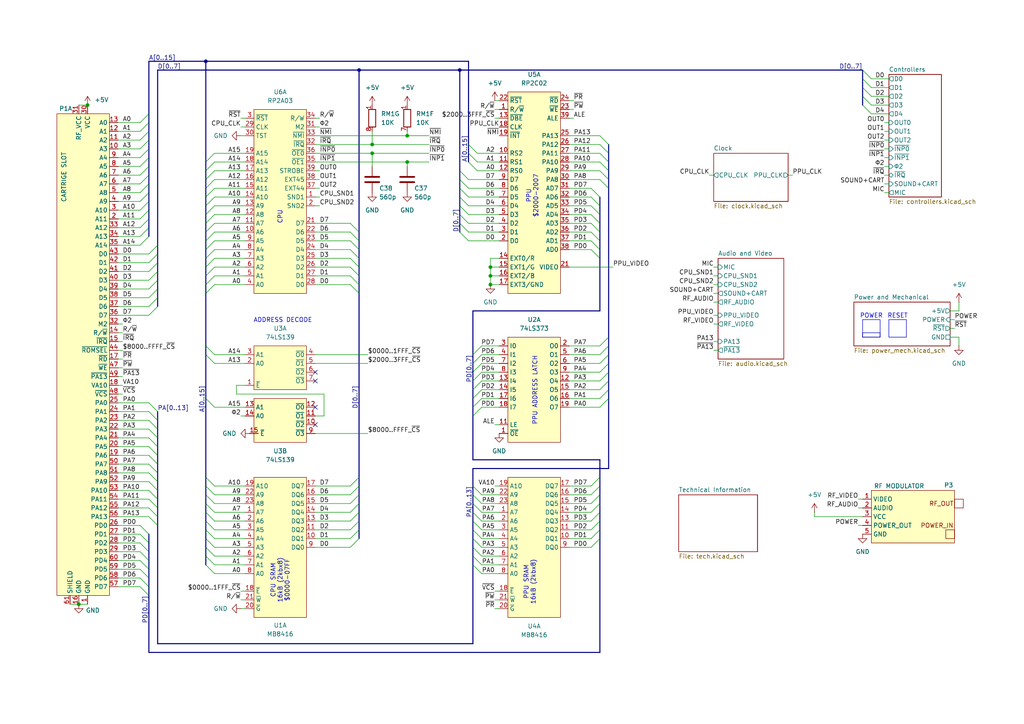
<source format=kicad_sch>
(kicad_sch (version 20250114) (generator "eeschema") (generator_version "9.0")
  (paper "A4")
  (rectangle (start 250.19 96.52) (end 255.27 97.79))
  (rectangle (start 250.19 92.71) (end 255.27 97.79))
  (rectangle (start 257.81 92.71) (end 262.89 97.79))
  (text "PPU ADDRESS LATCH" (at 154.432 113.284 90) (effects (font (size 1.27 1.27)) (justify top)))
  (text "RESET" (at 260.35 91.694 0) (effects (font (size 1.27 1.27))))
  (text "CPU" (at 80.518 62.992 90) (effects (font (size 1.27 1.27)) (justify top)))
  (text "CPU SRAM\n16kB (2kbx8)\n$0000-07FF" (at 78.486 168.402 90) (effects (font (size 1.27 1.27)) (justify top)))
  (text "PPU\n$2000-2007" (at 152.654 56.896 90) (effects (font (size 1.27 1.27)) (justify top)))
  (text "POWER" (at 252.73 91.694 0) (effects (font (size 1.27 1.27))))
  (text "ADDRESS DECODE" (at 82.042 92.964 0) (effects (font (size 1.27 1.27))))
  (text "PPU SRAM\n16kB (2kbx8)" (at 153.67 168.91 90) (effects (font (size 1.27 1.27))))
  (junction (at 107.95 41.91))
  (junction (at 118.11 46.99))
  (junction (at 107.95 44.45))
  (junction (at 142.24 77.47))
  (junction (at 22.86 175.26))
  (junction (at 118.11 39.37))
  (junction (at 104.14 20.32))
  (junction (at 142.24 82.55))
  (junction (at 59.69 17.78))
  (junction (at 142.24 80.01))
  (junction (at 25.4 30.48))
  (junction (at 133.35 20.32))
  (no_connect (at 91.44 123.19))
  (no_connect (at 91.44 110.49))
  (no_connect (at 91.44 118.11))
  (no_connect (at 91.44 107.95))
  (bus_entry (at 139.7 158.75) (size -2.54 -2.54))
  (bus_entry (at 133.35 57.15) (size 2.54 2.54))
  (bus_entry (at 104.14 72.39) (size -2.54 -2.54))
  (bus_entry (at 59.69 72.39) (size 2.54 -2.54))
  (bus_entry (at 104.14 153.67) (size -2.54 2.54))
  (bus_entry (at 43.18 43.18) (size -2.54 2.54))
  (bus_entry (at 171.45 156.21) (size 2.54 -2.54))
  (bus_entry (at 59.69 100.33) (size 2.54 2.54))
  (bus_entry (at 59.69 161.29) (size 2.54 2.54))
  (bus_entry (at 173.99 46.99) (size 2.54 2.54))
  (bus_entry (at 43.18 33.02) (size -2.54 2.54))
  (bus_entry (at 43.18 116.84) (size 2.54 2.54))
  (bus_entry (at 133.35 67.31) (size 2.54 2.54))
  (bus_entry (at 59.69 74.93) (size 2.54 -2.54))
  (bus_entry (at 139.7 107.95) (size -2.54 2.54))
  (bus_entry (at 135.89 46.99) (size 2.54 2.54))
  (bus_entry (at 171.45 148.59) (size 2.54 -2.54))
  (bus_entry (at 139.7 151.13) (size -2.54 -2.54))
  (bus_entry (at 45.72 78.74) (size -2.54 2.54))
  (bus_entry (at 43.18 45.72) (size -2.54 2.54))
  (bus_entry (at 45.72 71.12) (size -2.54 2.54))
  (bus_entry (at 59.69 82.55) (size 2.54 -2.54))
  (bus_entry (at 104.14 74.93) (size -2.54 -2.54))
  (bus_entry (at 59.69 151.13) (size 2.54 2.54))
  (bus_entry (at 171.45 67.31) (size 2.54 2.54))
  (bus_entry (at 171.45 57.15) (size 2.54 2.54))
  (bus_entry (at 59.69 54.61) (size 2.54 -2.54))
  (bus_entry (at 43.18 53.34) (size -2.54 2.54))
  (bus_entry (at 173.99 102.87) (size 2.54 -2.54))
  (bus_entry (at 59.69 102.87) (size 2.54 2.54))
  (bus_entry (at 171.45 62.23) (size 2.54 2.54))
  (bus_entry (at 104.14 151.13) (size -2.54 2.54))
  (bus_entry (at 43.18 63.5) (size -2.54 2.54))
  (bus_entry (at 104.14 148.59) (size -2.54 2.54))
  (bus_entry (at 43.18 60.96) (size -2.54 2.54))
  (bus_entry (at 135.89 44.45) (size 2.54 2.54))
  (bus_entry (at 139.7 146.05) (size -2.54 -2.54))
  (bus_entry (at 104.14 146.05) (size -2.54 2.54))
  (bus_entry (at 43.18 68.58) (size -2.54 2.54))
  (bus_entry (at 59.69 163.83) (size 2.54 2.54))
  (bus_entry (at 133.35 49.53) (size 2.54 2.54))
  (bus_entry (at 139.7 143.51) (size -2.54 -2.54))
  (bus_entry (at 43.18 132.08) (size 2.54 2.54))
  (bus_entry (at 139.7 161.29) (size -2.54 -2.54))
  (bus_entry (at 43.18 119.38) (size 2.54 2.54))
  (bus_entry (at 250.19 27.94) (size 2.54 2.54))
  (bus_entry (at 43.18 55.88) (size -2.54 2.54))
  (bus_entry (at 43.18 40.64) (size -2.54 2.54))
  (bus_entry (at 59.69 85.09) (size 2.54 -2.54))
  (bus_entry (at 59.69 156.21) (size 2.54 2.54))
  (bus_entry (at 139.7 153.67) (size -2.54 -2.54))
  (bus_entry (at 250.19 25.4) (size 2.54 2.54))
  (bus_entry (at 135.89 41.91) (size 2.54 2.54))
  (bus_entry (at 43.18 38.1) (size -2.54 2.54))
  (bus_entry (at 171.45 54.61) (size 2.54 2.54))
  (bus_entry (at 173.99 41.91) (size 2.54 2.54))
  (bus_entry (at 173.99 39.37) (size 2.54 2.54))
  (bus_entry (at 171.45 72.39) (size 2.54 2.54))
  (bus_entry (at 59.69 67.31) (size 2.54 -2.54))
  (bus_entry (at 104.14 138.43) (size -2.54 2.54))
  (bus_entry (at 45.72 83.82) (size -2.54 2.54))
  (bus_entry (at 40.64 167.64) (size 2.54 2.54))
  (bus_entry (at 45.72 86.36) (size -2.54 2.54))
  (bus_entry (at 43.18 129.54) (size 2.54 2.54))
  (bus_entry (at 43.18 121.92) (size 2.54 2.54))
  (bus_entry (at 173.99 49.53) (size 2.54 2.54))
  (bus_entry (at 43.18 144.78) (size 2.54 2.54))
  (bus_entry (at 139.7 163.83) (size -2.54 -2.54))
  (bus_entry (at 139.7 105.41) (size -2.54 2.54))
  (bus_entry (at 59.69 46.99) (size 2.54 -2.54))
  (bus_entry (at 59.69 69.85) (size 2.54 -2.54))
  (bus_entry (at 173.99 118.11) (size 2.54 -2.54))
  (bus_entry (at 104.14 82.55) (size -2.54 -2.54))
  (bus_entry (at 43.18 66.04) (size -2.54 2.54))
  (bus_entry (at 45.72 88.9) (size -2.54 2.54))
  (bus_entry (at 133.35 62.23) (size 2.54 2.54))
  (bus_entry (at 43.18 139.7) (size 2.54 2.54))
  (bus_entry (at 173.99 52.07) (size 2.54 2.54))
  (bus_entry (at 171.45 146.05) (size 2.54 -2.54))
  (bus_entry (at 104.14 140.97) (size -2.54 2.54))
  (bus_entry (at 43.18 137.16) (size 2.54 2.54))
  (bus_entry (at 171.45 158.75) (size 2.54 -2.54))
  (bus_entry (at 133.35 54.61) (size 2.54 2.54))
  (bus_entry (at 43.18 134.62) (size 2.54 2.54))
  (bus_entry (at 139.7 148.59) (size -2.54 -2.54))
  (bus_entry (at 43.18 142.24) (size 2.54 2.54))
  (bus_entry (at 173.99 110.49) (size 2.54 -2.54))
  (bus_entry (at 250.19 22.86) (size 2.54 2.54))
  (bus_entry (at 59.69 146.05) (size 2.54 2.54))
  (bus_entry (at 43.18 127) (size 2.54 2.54))
  (bus_entry (at 59.69 143.51) (size 2.54 2.54))
  (bus_entry (at 173.99 100.33) (size 2.54 -2.54))
  (bus_entry (at 104.14 67.31) (size -2.54 -2.54))
  (bus_entry (at 59.69 115.57) (size 2.54 2.54))
  (bus_entry (at 43.18 58.42) (size -2.54 2.54))
  (bus_entry (at 171.45 59.69) (size 2.54 2.54))
  (bus_entry (at 139.7 113.03) (size -2.54 2.54))
  (bus_entry (at 104.14 143.51) (size -2.54 2.54))
  (bus_entry (at 104.14 156.21) (size -2.54 2.54))
  (bus_entry (at 59.69 64.77) (size 2.54 -2.54))
  (bus_entry (at 43.18 48.26) (size -2.54 2.54))
  (bus_entry (at 104.14 69.85) (size -2.54 -2.54))
  (bus_entry (at 171.45 140.97) (size 2.54 -2.54))
  (bus_entry (at 59.69 52.07) (size 2.54 -2.54))
  (bus_entry (at 173.99 115.57) (size 2.54 -2.54))
  (bus_entry (at 171.45 69.85) (size 2.54 2.54))
  (bus_entry (at 40.64 160.02) (size 2.54 2.54))
  (bus_entry (at 133.35 59.69) (size 2.54 2.54))
  (bus_entry (at 250.19 20.32) (size 2.54 2.54))
  (bus_entry (at 40.64 165.1) (size 2.54 2.54))
  (bus_entry (at 250.19 30.48) (size 2.54 2.54))
  (bus_entry (at 59.69 49.53) (size 2.54 -2.54))
  (bus_entry (at 171.45 143.51) (size 2.54 -2.54))
  (bus_entry (at 45.72 73.66) (size -2.54 2.54))
  (bus_entry (at 173.99 105.41) (size 2.54 -2.54))
  (bus_entry (at 171.45 151.13) (size 2.54 -2.54))
  (bus_entry (at 59.69 57.15) (size 2.54 -2.54))
  (bus_entry (at 40.64 154.94) (size 2.54 2.54))
  (bus_entry (at 40.64 152.4) (size 2.54 2.54))
  (bus_entry (at 40.64 170.18) (size 2.54 2.54))
  (bus_entry (at 40.64 162.56) (size 2.54 2.54))
  (bus_entry (at 139.7 118.11) (size -2.54 2.54))
  (bus_entry (at 59.69 153.67) (size 2.54 2.54))
  (bus_entry (at 139.7 110.49) (size -2.54 2.54))
  (bus_entry (at 139.7 100.33) (size -2.54 2.54))
  (bus_entry (at 43.18 149.86) (size 2.54 2.54))
  (bus_entry (at 59.69 140.97) (size 2.54 2.54))
  (bus_entry (at 173.99 107.95) (size 2.54 -2.54))
  (bus_entry (at 45.72 81.28) (size -2.54 2.54))
  (bus_entry (at 171.45 153.67) (size 2.54 -2.54))
  (bus_entry (at 104.14 80.01) (size -2.54 -2.54))
  (bus_entry (at 43.18 35.56) (size -2.54 2.54))
  (bus_entry (at 139.7 115.57) (size -2.54 2.54))
  (bus_entry (at 133.35 52.07) (size 2.54 2.54))
  (bus_entry (at 45.72 76.2) (size -2.54 2.54))
  (bus_entry (at 43.18 147.32) (size 2.54 2.54))
  (bus_entry (at 59.69 62.23) (size 2.54 -2.54))
  (bus_entry (at 59.69 80.01) (size 2.54 -2.54))
  (bus_entry (at 173.99 113.03) (size 2.54 -2.54))
  (bus_entry (at 139.7 102.87) (size -2.54 2.54))
  (bus_entry (at 104.14 85.09) (size -2.54 -2.54))
  (bus_entry (at 59.69 59.69) (size 2.54 -2.54))
  (bus_entry (at 171.45 64.77) (size 2.54 2.54))
  (bus_entry (at 59.69 77.47) (size 2.54 -2.54))
  (bus_entry (at 104.14 77.47) (size -2.54 -2.54))
  (bus_entry (at 43.18 50.8) (size -2.54 2.54))
  (bus_entry (at 40.64 157.48) (size 2.54 2.54))
  (bus_entry (at 139.7 166.37) (size -2.54 -2.54))
  (bus_entry (at 43.18 124.46) (size 2.54 2.54))
  (bus_entry (at 59.69 138.43) (size 2.54 2.54))
  (bus_entry (at 59.69 148.59) (size 2.54 2.54))
  (bus_entry (at 133.35 64.77) (size 2.54 2.54))
  (bus_entry (at 59.69 158.75) (size 2.54 2.54))
  (bus_entry (at 173.99 44.45) (size 2.54 2.54))
  (bus_entry (at 139.7 156.21) (size -2.54 -2.54))
  (wire (pts (xy 40.64 40.64) (xy 34.29 40.64)))
  (bus (pts (xy 137.16 107.95) (xy 137.16 105.41)))
  (bus (pts (xy 137.16 156.21) (xy 137.16 158.75)))
  (wire (pts (xy 62.23 140.97) (xy 71.12 140.97)))
  (bus (pts (xy 137.16 148.59) (xy 137.16 151.13)))
  (wire (pts (xy 40.64 160.02) (xy 34.29 160.02)))
  (wire (pts (xy 144.78 62.23) (xy 135.89 62.23)))
  (bus (pts (xy 59.69 62.23) (xy 59.69 64.77)))
  (bus (pts (xy 59.69 57.15) (xy 59.69 59.69)))
  (bus (pts (xy 176.53 54.61) (xy 176.53 97.79)))
  (bus (pts (xy 45.72 137.16) (xy 45.72 139.7)))
  (wire (pts (xy 91.44 82.55) (xy 101.6 82.55)))
  (bus (pts (xy 133.35 59.69) (xy 133.35 62.23)))
  (bus (pts (xy 104.14 80.01) (xy 104.14 77.47)))
  (wire (pts (xy 165.1 151.13) (xy 171.45 151.13)))
  (bus (pts (xy 176.53 102.87) (xy 176.53 105.41)))
  (bus (pts (xy 45.72 76.2) (xy 45.72 73.66)))
  (wire (pts (xy 62.23 105.41) (xy 71.12 105.41)))
  (bus (pts (xy 59.69 80.01) (xy 59.69 82.55)))
  (wire (pts (xy 144.78 158.75) (xy 139.7 158.75)))
  (bus (pts (xy 137.16 110.49) (xy 137.16 107.95)))
  (wire (pts (xy 91.44 72.39) (xy 101.6 72.39)))
  (bus (pts (xy 137.16 161.29) (xy 137.16 163.83)))
  (wire (pts (xy 144.78 163.83) (xy 139.7 163.83)))
  (wire (pts (xy 143.51 31.75) (xy 144.78 31.75)))
  (bus (pts (xy 59.69 74.93) (xy 59.69 77.47)))
  (bus (pts (xy 137.16 135.89) (xy 137.16 140.97)))
  (wire (pts (xy 139.7 118.11) (xy 144.78 118.11)))
  (wire (pts (xy 91.44 125.73) (xy 106.68 125.73)))
  (wire (pts (xy 43.18 119.38) (xy 34.29 119.38)))
  (wire (pts (xy 143.51 176.53) (xy 144.78 176.53)))
  (wire (pts (xy 236.22 149.86) (xy 236.22 148.59)))
  (bus (pts (xy 59.69 67.31) (xy 59.69 69.85)))
  (wire (pts (xy 43.18 116.84) (xy 34.29 116.84)))
  (wire (pts (xy 34.29 142.24) (xy 43.18 142.24)))
  (wire (pts (xy 101.6 146.05) (xy 91.44 146.05)))
  (wire (pts (xy 62.23 148.59) (xy 71.12 148.59)))
  (wire (pts (xy 34.29 91.44) (xy 43.18 91.44)))
  (wire (pts (xy 207.01 101.6) (xy 208.28 101.6)))
  (bus (pts (xy 250.19 20.32) (xy 250.19 22.86)))
  (wire (pts (xy 43.18 132.08) (xy 34.29 132.08)))
  (bus (pts (xy 104.14 85.09) (xy 104.14 138.43)))
  (wire (pts (xy 208.28 87.63) (xy 207.01 87.63)))
  (wire (pts (xy 40.64 50.8) (xy 34.29 50.8)))
  (wire (pts (xy 35.56 114.3) (xy 34.29 114.3)))
  (wire (pts (xy 256.54 38.1) (xy 257.81 38.1)))
  (wire (pts (xy 118.11 48.26) (xy 118.11 46.99)))
  (wire (pts (xy 93.98 120.65) (xy 93.98 114.3)))
  (wire (pts (xy 34.29 147.32) (xy 43.18 147.32)))
  (wire (pts (xy 165.1 59.69) (xy 171.45 59.69)))
  (bus (pts (xy 45.72 81.28) (xy 45.72 78.74)))
  (bus (pts (xy 173.99 138.43) (xy 173.99 133.35)))
  (wire (pts (xy 35.56 99.06) (xy 34.29 99.06)))
  (wire (pts (xy 91.44 156.21) (xy 101.6 156.21)))
  (wire (pts (xy 165.1 44.45) (xy 173.99 44.45)))
  (wire (pts (xy 165.1 153.67) (xy 171.45 153.67)))
  (bus (pts (xy 45.72 20.32) (xy 104.14 20.32)))
  (wire (pts (xy 165.1 52.07) (xy 173.99 52.07)))
  (bus (pts (xy 137.16 186.69) (xy 137.16 163.83)))
  (bus (pts (xy 173.99 156.21) (xy 173.99 153.67)))
  (wire (pts (xy 107.95 38.1) (xy 107.95 41.91)))
  (wire (pts (xy 43.18 129.54) (xy 34.29 129.54)))
  (bus (pts (xy 59.69 69.85) (xy 59.69 72.39)))
  (bus (pts (xy 59.69 158.75) (xy 59.69 161.29)))
  (bus (pts (xy 59.69 54.61) (xy 59.69 57.15)))
  (bus (pts (xy 176.53 46.99) (xy 176.53 49.53)))
  (bus (pts (xy 137.16 120.65) (xy 137.16 133.35)))
  (bus (pts (xy 137.16 120.65) (xy 137.16 118.11)))
  (wire (pts (xy 208.28 93.98) (xy 207.01 93.98)))
  (bus (pts (xy 43.18 162.56) (xy 43.18 165.1)))
  (wire (pts (xy 43.18 124.46) (xy 34.29 124.46)))
  (bus (pts (xy 45.72 119.38) (xy 45.72 121.92)))
  (wire (pts (xy 139.7 110.49) (xy 144.78 110.49)))
  (wire (pts (xy 35.56 96.52) (xy 34.29 96.52)))
  (wire (pts (xy 228.6 50.8) (xy 229.87 50.8)))
  (bus (pts (xy 45.72 121.92) (xy 45.72 124.46)))
  (wire (pts (xy 93.98 114.3) (xy 68.58 114.3)))
  (bus (pts (xy 43.18 50.8) (xy 43.18 48.26)))
  (bus (pts (xy 59.69 138.43) (xy 59.69 140.97)))
  (bus (pts (xy 43.18 33.02) (xy 43.18 17.78)))
  (wire (pts (xy 248.92 147.32) (xy 250.19 147.32)))
  (wire (pts (xy 165.1 113.03) (xy 173.99 113.03)))
  (bus (pts (xy 59.69 146.05) (xy 59.69 148.59)))
  (wire (pts (xy 40.64 45.72) (xy 34.29 45.72)))
  (wire (pts (xy 40.64 60.96) (xy 34.29 60.96)))
  (wire (pts (xy 91.44 74.93) (xy 101.6 74.93)))
  (wire (pts (xy 69.85 120.65) (xy 71.12 120.65)))
  (wire (pts (xy 91.44 151.13) (xy 101.6 151.13)))
  (bus (pts (xy 43.18 40.64) (xy 43.18 38.1)))
  (wire (pts (xy 256.54 43.18) (xy 257.81 43.18)))
  (wire (pts (xy 165.1 72.39) (xy 171.45 72.39)))
  (wire (pts (xy 165.1 62.23) (xy 171.45 62.23)))
  (wire (pts (xy 25.4 175.26) (xy 22.86 175.26)))
  (wire (pts (xy 165.1 100.33) (xy 173.99 100.33)))
  (wire (pts (xy 69.85 176.53) (xy 71.12 176.53)))
  (wire (pts (xy 91.44 39.37) (xy 118.11 39.37)))
  (bus (pts (xy 173.99 153.67) (xy 173.99 151.13)))
  (wire (pts (xy 144.78 67.31) (xy 135.89 67.31)))
  (bus (pts (xy 176.53 49.53) (xy 176.53 52.07)))
  (wire (pts (xy 62.23 67.31) (xy 71.12 67.31)))
  (wire (pts (xy 165.1 158.75) (xy 171.45 158.75)))
  (bus (pts (xy 104.14 151.13) (xy 104.14 153.67)))
  (wire (pts (xy 139.7 107.95) (xy 144.78 107.95)))
  (bus (pts (xy 43.18 170.18) (xy 43.18 172.72)))
  (wire (pts (xy 40.64 71.12) (xy 34.29 71.12)))
  (wire (pts (xy 208.28 85.09) (xy 207.01 85.09)))
  (bus (pts (xy 104.14 153.67) (xy 104.14 156.21)))
  (bus (pts (xy 104.14 82.55) (xy 104.14 85.09)))
  (bus (pts (xy 59.69 151.13) (xy 59.69 153.67)))
  (wire (pts (xy 143.51 29.21) (xy 144.78 29.21)))
  (wire (pts (xy 144.78 156.21) (xy 139.7 156.21)))
  (bus (pts (xy 133.35 52.07) (xy 133.35 54.61)))
  (bus (pts (xy 173.99 90.17) (xy 173.99 74.93)))
  (wire (pts (xy 205.74 50.8) (xy 207.01 50.8)))
  (wire (pts (xy 62.23 77.47) (xy 71.12 77.47)))
  (bus (pts (xy 59.69 143.51) (xy 59.69 146.05)))
  (bus (pts (xy 59.69 52.07) (xy 59.69 54.61)))
  (bus (pts (xy 250.19 22.86) (xy 250.19 25.4)))
  (wire (pts (xy 35.56 106.68) (xy 34.29 106.68)))
  (wire (pts (xy 62.23 64.77) (xy 71.12 64.77)))
  (wire (pts (xy 40.64 58.42) (xy 34.29 58.42)))
  (wire (pts (xy 144.78 148.59) (xy 139.7 148.59)))
  (wire (pts (xy 144.78 161.29) (xy 139.7 161.29)))
  (wire (pts (xy 34.29 162.56) (xy 40.64 162.56)))
  (bus (pts (xy 45.72 142.24) (xy 45.72 144.78)))
  (bus (pts (xy 59.69 156.21) (xy 59.69 158.75)))
  (wire (pts (xy 257.81 25.4) (xy 252.73 25.4)))
  (wire (pts (xy 138.43 44.45) (xy 144.78 44.45)))
  (bus (pts (xy 135.89 17.78) (xy 135.89 41.91)))
  (wire (pts (xy 107.95 44.45) (xy 107.95 48.26)))
  (wire (pts (xy 40.64 154.94) (xy 34.29 154.94)))
  (wire (pts (xy 69.85 171.45) (xy 71.12 171.45)))
  (bus (pts (xy 43.18 154.94) (xy 43.18 157.48)))
  (wire (pts (xy 142.24 77.47) (xy 144.78 77.47)))
  (bus (pts (xy 176.53 100.33) (xy 176.53 102.87)))
  (bus (pts (xy 43.18 189.23) (xy 173.99 189.23)))
  (bus (pts (xy 173.99 62.23) (xy 173.99 64.77)))
  (bus (pts (xy 45.72 186.69) (xy 137.16 186.69)))
  (bus (pts (xy 59.69 148.59) (xy 59.69 151.13)))
  (wire (pts (xy 257.81 55.88) (xy 256.54 55.88)))
  (wire (pts (xy 248.92 144.78) (xy 250.19 144.78)))
  (wire (pts (xy 43.18 121.92) (xy 34.29 121.92)))
  (wire (pts (xy 118.11 46.99) (xy 124.46 46.99)))
  (wire (pts (xy 62.23 102.87) (xy 71.12 102.87)))
  (wire (pts (xy 34.29 76.2) (xy 43.18 76.2)))
  (wire (pts (xy 165.1 57.15) (xy 171.45 57.15)))
  (wire (pts (xy 144.78 166.37) (xy 139.7 166.37)))
  (bus (pts (xy 176.53 113.03) (xy 176.53 115.57)))
  (wire (pts (xy 91.44 120.65) (xy 93.98 120.65)))
  (bus (pts (xy 59.69 72.39) (xy 59.69 74.93)))
  (wire (pts (xy 165.1 39.37) (xy 173.99 39.37)))
  (wire (pts (xy 143.51 171.45) (xy 144.78 171.45)))
  (bus (pts (xy 45.72 134.62) (xy 45.72 137.16)))
  (wire (pts (xy 278.13 90.17) (xy 275.59 90.17)))
  (bus (pts (xy 59.69 77.47) (xy 59.69 80.01)))
  (wire (pts (xy 62.23 158.75) (xy 71.12 158.75)))
  (bus (pts (xy 133.35 57.15) (xy 133.35 59.69)))
  (wire (pts (xy 118.11 38.1) (xy 118.11 39.37)))
  (wire (pts (xy 278.13 100.33) (xy 278.13 97.79)))
  (wire (pts (xy 276.86 95.25) (xy 275.59 95.25)))
  (bus (pts (xy 173.99 59.69) (xy 173.99 62.23)))
  (bus (pts (xy 176.53 107.95) (xy 176.53 110.49)))
  (wire (pts (xy 62.23 49.53) (xy 71.12 49.53)))
  (wire (pts (xy 248.92 152.4) (xy 250.19 152.4)))
  (bus (pts (xy 176.53 135.89) (xy 176.53 115.57)))
  (wire (pts (xy 165.1 41.91) (xy 173.99 41.91)))
  (bus (pts (xy 43.18 33.02) (xy 43.18 35.56)))
  (wire (pts (xy 144.78 57.15) (xy 135.89 57.15)))
  (bus (pts (xy 43.18 53.34) (xy 43.18 50.8)))
  (wire (pts (xy 62.23 69.85) (xy 71.12 69.85)))
  (wire (pts (xy 69.85 39.37) (xy 71.12 39.37)))
  (wire (pts (xy 91.44 67.31) (xy 101.6 67.31)))
  (bus (pts (xy 59.69 64.77) (xy 59.69 67.31)))
  (wire (pts (xy 34.29 86.36) (xy 43.18 86.36)))
  (bus (pts (xy 104.14 143.51) (xy 104.14 146.05)))
  (wire (pts (xy 256.54 40.64) (xy 257.81 40.64)))
  (bus (pts (xy 104.14 138.43) (xy 104.14 140.97)))
  (wire (pts (xy 208.28 91.44) (xy 207.01 91.44)))
  (wire (pts (xy 69.85 173.99) (xy 71.12 173.99)))
  (wire (pts (xy 165.1 67.31) (xy 171.45 67.31)))
  (wire (pts (xy 40.64 43.18) (xy 34.29 43.18)))
  (wire (pts (xy 34.29 81.28) (xy 43.18 81.28)))
  (wire (pts (xy 144.78 69.85) (xy 135.89 69.85)))
  (bus (pts (xy 59.69 100.33) (xy 59.69 102.87)))
  (bus (pts (xy 173.99 69.85) (xy 173.99 72.39)))
  (wire (pts (xy 34.29 73.66) (xy 43.18 73.66)))
  (bus (pts (xy 133.35 49.53) (xy 133.35 52.07)))
  (wire (pts (xy 276.86 92.71) (xy 275.59 92.71)))
  (wire (pts (xy 165.1 148.59) (xy 171.45 148.59)))
  (wire (pts (xy 144.78 143.51) (xy 139.7 143.51)))
  (bus (pts (xy 59.69 46.99) (xy 59.69 49.53)))
  (bus (pts (xy 59.69 153.67) (xy 59.69 156.21)))
  (bus (pts (xy 59.69 82.55) (xy 59.69 85.09)))
  (bus (pts (xy 137.16 90.17) (xy 173.99 90.17)))
  (wire (pts (xy 92.71 57.15) (xy 91.44 57.15)))
  (bus (pts (xy 43.18 55.88) (xy 43.18 53.34)))
  (bus (pts (xy 104.14 74.93) (xy 104.14 72.39)))
  (bus (pts (xy 137.16 115.57) (xy 137.16 113.03)))
  (bus (pts (xy 137.16 102.87) (xy 137.16 90.17)))
  (bus (pts (xy 137.16 143.51) (xy 137.16 146.05)))
  (bus (pts (xy 45.72 149.86) (xy 45.72 152.4)))
  (bus (pts (xy 173.99 64.77) (xy 173.99 67.31)))
  (wire (pts (xy 25.4 30.48) (xy 22.86 30.48)))
  (bus (pts (xy 137.16 140.97) (xy 137.16 143.51)))
  (wire (pts (xy 138.43 46.99) (xy 144.78 46.99)))
  (wire (pts (xy 34.29 101.6) (xy 35.56 101.6)))
  (bus (pts (xy 173.99 67.31) (xy 173.99 69.85)))
  (wire (pts (xy 35.56 109.22) (xy 34.29 109.22)))
  (wire (pts (xy 62.23 82.55) (xy 71.12 82.55)))
  (wire (pts (xy 71.12 166.37) (xy 62.23 166.37)))
  (bus (pts (xy 176.53 97.79) (xy 176.53 100.33)))
  (bus (pts (xy 59.69 17.78) (xy 59.69 46.99)))
  (wire (pts (xy 144.78 54.61) (xy 135.89 54.61)))
  (wire (pts (xy 101.6 140.97) (xy 91.44 140.97)))
  (wire (pts (xy 91.44 158.75) (xy 101.6 158.75)))
  (wire (pts (xy 208.28 77.47) (xy 207.01 77.47)))
  (bus (pts (xy 135.89 44.45) (xy 135.89 46.99)))
  (wire (pts (xy 40.64 63.5) (xy 34.29 63.5)))
  (wire (pts (xy 166.37 34.29) (xy 165.1 34.29)))
  (bus (pts (xy 173.99 151.13) (xy 173.99 148.59)))
  (wire (pts (xy 144.78 146.05) (xy 139.7 146.05)))
  (bus (pts (xy 45.72 129.54) (xy 45.72 132.08)))
  (wire (pts (xy 91.44 102.87) (xy 106.68 102.87)))
  (bus (pts (xy 173.99 143.51) (xy 173.99 140.97)))
  (wire (pts (xy 40.64 152.4) (xy 34.29 152.4)))
  (wire (pts (xy 34.29 83.82) (xy 43.18 83.82)))
  (wire (pts (xy 40.64 55.88) (xy 34.29 55.88)))
  (bus (pts (xy 133.35 20.32) (xy 104.14 20.32)))
  (bus (pts (xy 137.16 158.75) (xy 137.16 161.29)))
  (bus (pts (xy 250.19 25.4) (xy 250.19 27.94)))
  (bus (pts (xy 133.35 20.32) (xy 250.19 20.32)))
  (bus (pts (xy 137.16 105.41) (xy 137.16 102.87)))
  (wire (pts (xy 165.1 105.41) (xy 173.99 105.41)))
  (wire (pts (xy 139.7 115.57) (xy 144.78 115.57)))
  (wire (pts (xy 165.1 143.51) (xy 171.45 143.51)))
  (bus (pts (xy 137.16 135.89) (xy 176.53 135.89)))
  (wire (pts (xy 92.71 36.83) (xy 91.44 36.83)))
  (bus (pts (xy 59.69 17.78) (xy 135.89 17.78)))
  (bus (pts (xy 43.18 160.02) (xy 43.18 162.56)))
  (wire (pts (xy 256.54 45.72) (xy 257.81 45.72)))
  (bus (pts (xy 133.35 54.61) (xy 133.35 57.15)))
  (wire (pts (xy 165.1 29.21) (xy 166.37 29.21)))
  (bus (pts (xy 45.72 152.4) (xy 45.72 186.69)))
  (bus (pts (xy 176.53 41.91) (xy 176.53 44.45)))
  (wire (pts (xy 62.23 52.07) (xy 71.12 52.07)))
  (wire (pts (xy 34.29 144.78) (xy 43.18 144.78)))
  (wire (pts (xy 35.56 93.98) (xy 34.29 93.98)))
  (bus (pts (xy 133.35 62.23) (xy 133.35 64.77)))
  (wire (pts (xy 62.23 74.93) (xy 71.12 74.93)))
  (wire (pts (xy 257.81 33.02) (xy 252.73 33.02)))
  (wire (pts (xy 62.23 46.99) (xy 71.12 46.99)))
  (wire (pts (xy 144.78 153.67) (xy 139.7 153.67)))
  (bus (pts (xy 59.69 49.53) (xy 59.69 52.07)))
  (wire (pts (xy 165.1 102.87) (xy 173.99 102.87)))
  (bus (pts (xy 43.18 43.18) (xy 43.18 40.64)))
  (bus (pts (xy 104.14 77.47) (xy 104.14 74.93)))
  (wire (pts (xy 91.44 41.91) (xy 107.95 41.91)))
  (wire (pts (xy 62.23 57.15) (xy 71.12 57.15)))
  (bus (pts (xy 137.16 153.67) (xy 137.16 156.21)))
  (wire (pts (xy 165.1 54.61) (xy 171.45 54.61)))
  (wire (pts (xy 62.23 143.51) (xy 71.12 143.51)))
  (bus (pts (xy 43.18 17.78) (xy 59.69 17.78)))
  (wire (pts (xy 40.64 48.26) (xy 34.29 48.26)))
  (bus (pts (xy 45.72 147.32) (xy 45.72 149.86)))
  (wire (pts (xy 257.81 22.86) (xy 252.73 22.86)))
  (bus (pts (xy 250.19 27.94) (xy 250.19 30.48)))
  (wire (pts (xy 92.71 34.29) (xy 91.44 34.29)))
  (bus (pts (xy 137.16 151.13) (xy 137.16 153.67)))
  (bus (pts (xy 45.72 132.08) (xy 45.72 134.62)))
  (wire (pts (xy 142.24 82.55) (xy 142.24 80.01)))
  (bus (pts (xy 59.69 85.09) (xy 59.69 100.33)))
  (bus (pts (xy 43.18 60.96) (xy 43.18 58.42)))
  (wire (pts (xy 143.51 34.29) (xy 144.78 34.29)))
  (wire (pts (xy 101.6 143.51) (xy 91.44 143.51)))
  (wire (pts (xy 91.44 105.41) (xy 106.68 105.41)))
  (bus (pts (xy 43.18 45.72) (xy 43.18 43.18)))
  (wire (pts (xy 40.64 157.48) (xy 34.29 157.48)))
  (wire (pts (xy 34.29 139.7) (xy 43.18 139.7)))
  (bus (pts (xy 137.16 146.05) (xy 137.16 148.59)))
  (wire (pts (xy 278.13 97.79) (xy 275.59 97.79)))
  (wire (pts (xy 34.29 165.1) (xy 40.64 165.1)))
  (wire (pts (xy 40.64 68.58) (xy 34.29 68.58)))
  (wire (pts (xy 139.7 113.03) (xy 144.78 113.03)))
  (bus (pts (xy 104.14 148.59) (xy 104.14 151.13)))
  (bus (pts (xy 43.18 165.1) (xy 43.18 167.64)))
  (bus (pts (xy 176.53 52.07) (xy 176.53 54.61)))
  (wire (pts (xy 165.1 69.85) (xy 171.45 69.85)))
  (wire (pts (xy 139.7 100.33) (xy 144.78 100.33)))
  (wire (pts (xy 257.81 27.94) (xy 252.73 27.94)))
  (wire (pts (xy 165.1 118.11) (xy 173.99 118.11)))
  (wire (pts (xy 62.23 156.21) (xy 71.12 156.21)))
  (bus (pts (xy 104.14 72.39) (xy 104.14 69.85)))
  (wire (pts (xy 71.12 36.83) (xy 69.85 36.83)))
  (wire (pts (xy 91.44 69.85) (xy 101.6 69.85)))
  (bus (pts (xy 59.69 161.29) (xy 59.69 163.83)))
  (bus (pts (xy 137.16 118.11) (xy 137.16 115.57)))
  (bus (pts (xy 43.18 48.26) (xy 43.18 45.72)))
  (bus (pts (xy 59.69 102.87) (xy 59.69 115.57)))
  (wire (pts (xy 143.51 173.99) (xy 144.78 173.99)))
  (bus (pts (xy 43.18 58.42) (xy 43.18 55.88)))
  (wire (pts (xy 91.44 44.45) (xy 107.95 44.45)))
  (wire (pts (xy 144.78 82.55) (xy 142.24 82.55)))
  (wire (pts (xy 257.81 30.48) (xy 252.73 30.48)))
  (wire (pts (xy 144.78 151.13) (xy 139.7 151.13)))
  (wire (pts (xy 34.29 170.18) (xy 40.64 170.18)))
  (wire (pts (xy 34.29 88.9) (xy 43.18 88.9)))
  (wire (pts (xy 62.23 151.13) (xy 71.12 151.13)))
  (wire (pts (xy 177.8 77.47) (xy 165.1 77.47)))
  (bus (pts (xy 45.72 83.82) (xy 45.72 81.28)))
  (bus (pts (xy 104.14 140.97) (xy 104.14 143.51)))
  (wire (pts (xy 91.44 153.67) (xy 101.6 153.67)))
  (bus (pts (xy 43.18 157.48) (xy 43.18 160.02)))
  (bus (pts (xy 135.89 41.91) (xy 135.89 44.45)))
  (wire (pts (xy 165.1 64.77) (xy 171.45 64.77)))
  (bus (pts (xy 176.53 105.41) (xy 176.53 107.95)))
  (wire (pts (xy 142.24 80.01) (xy 144.78 80.01)))
  (wire (pts (xy 165.1 31.75) (xy 166.37 31.75)))
  (wire (pts (xy 62.23 153.67) (xy 71.12 153.67)))
  (wire (pts (xy 142.24 80.01) (xy 142.24 77.47)))
  (wire (pts (xy 92.71 54.61) (xy 91.44 54.61)))
  (bus (pts (xy 45.72 20.32) (xy 45.72 71.12)))
  (bus (pts (xy 173.99 148.59) (xy 173.99 146.05)))
  (wire (pts (xy 165.1 140.97) (xy 171.45 140.97)))
  (wire (pts (xy 71.12 163.83) (xy 62.23 163.83)))
  (wire (pts (xy 165.1 156.21) (xy 171.45 156.21)))
  (wire (pts (xy 165.1 146.05) (xy 171.45 146.05)))
  (wire (pts (xy 92.71 52.07) (xy 91.44 52.07)))
  (wire (pts (xy 62.23 54.61) (xy 71.12 54.61)))
  (bus (pts (xy 43.18 66.04) (xy 43.18 63.5)))
  (wire (pts (xy 250.19 149.86) (xy 236.22 149.86)))
  (bus (pts (xy 104.14 146.05) (xy 104.14 148.59)))
  (wire (pts (xy 256.54 50.8) (xy 257.81 50.8)))
  (wire (pts (xy 107.95 44.45) (xy 124.46 44.45)))
  (wire (pts (xy 91.44 148.59) (xy 101.6 148.59)))
  (wire (pts (xy 91.44 77.47) (xy 101.6 77.47)))
  (wire (pts (xy 40.64 66.04) (xy 34.29 66.04)))
  (bus (pts (xy 104.14 82.55) (xy 104.14 80.01)))
  (wire (pts (xy 142.24 77.47) (xy 142.24 74.93)))
  (wire (pts (xy 118.11 39.37) (xy 124.46 39.37)))
  (wire (pts (xy 207.01 99.06) (xy 208.28 99.06)))
  (bus (pts (xy 43.18 172.72) (xy 43.18 189.23)))
  (bus (pts (xy 45.72 86.36) (xy 45.72 83.82)))
  (wire (pts (xy 34.29 149.86) (xy 43.18 149.86)))
  (bus (pts (xy 45.72 144.78) (xy 45.72 147.32)))
  (bus (pts (xy 173.99 146.05) (xy 173.99 143.51)))
  (wire (pts (xy 207.01 80.01) (xy 208.28 80.01)))
  (bus (pts (xy 104.14 69.85) (xy 104.14 67.31)))
  (wire (pts (xy 165.1 115.57) (xy 173.99 115.57)))
  (wire (pts (xy 91.44 64.77) (xy 101.6 64.77)))
  (wire (pts (xy 69.85 34.29) (xy 71.12 34.29)))
  (bus (pts (xy 43.18 35.56) (xy 43.18 38.1)))
  (wire (pts (xy 139.7 102.87) (xy 144.78 102.87)))
  (bus (pts (xy 43.18 68.58) (xy 43.18 66.04)))
  (wire (pts (xy 62.23 59.69) (xy 71.12 59.69)))
  (bus (pts (xy 45.72 73.66) (xy 45.72 71.12)))
  (bus (pts (xy 45.72 127) (xy 45.72 129.54)))
  (wire (pts (xy 92.71 49.53) (xy 91.44 49.53)))
  (wire (pts (xy 35.56 104.14) (xy 34.29 104.14)))
  (wire (pts (xy 40.64 53.34) (xy 34.29 53.34)))
  (wire (pts (xy 165.1 110.49) (xy 173.99 110.49)))
  (bus (pts (xy 45.72 88.9) (xy 45.72 86.36)))
  (wire (pts (xy 256.54 35.56) (xy 257.81 35.56)))
  (wire (pts (xy 165.1 107.95) (xy 173.99 107.95)))
  (wire (pts (xy 278.13 87.63) (xy 278.13 90.17)))
  (wire (pts (xy 144.78 64.77) (xy 135.89 64.77)))
  (wire (pts (xy 68.58 114.3) (xy 68.58 111.76)))
  (bus (pts (xy 176.53 110.49) (xy 176.53 113.03)))
  (bus (pts (xy 59.69 59.69) (xy 59.69 62.23)))
  (wire (pts (xy 68.58 111.76) (xy 71.12 111.76)))
  (wire (pts (xy 34.29 134.62) (xy 43.18 134.62)))
  (wire (pts (xy 144.78 52.07) (xy 135.89 52.07)))
  (wire (pts (xy 62.23 146.05) (xy 71.12 146.05)))
  (bus (pts (xy 45.72 139.7) (xy 45.72 142.24)))
  (bus (pts (xy 59.69 140.97) (xy 59.69 143.51)))
  (wire (pts (xy 62.23 44.45) (xy 71.12 44.45)))
  (wire (pts (xy 40.64 38.1) (xy 34.29 38.1)))
  (bus (pts (xy 59.69 115.57) (xy 59.69 138.43)))
  (wire (pts (xy 138.43 49.53) (xy 144.78 49.53)))
  (wire (pts (xy 40.64 35.56) (xy 34.29 35.56)))
  (wire (pts (xy 107.95 41.91) (xy 124.46 41.91)))
  (wire (pts (xy 142.24 74.93) (xy 144.78 74.93)))
  (wire (pts (xy 139.7 105.41) (xy 144.78 105.41)))
  (wire (pts (xy 165.1 46.99) (xy 173.99 46.99)))
  (bus (pts (xy 176.53 44.45) (xy 176.53 46.99)))
  (wire (pts (xy 71.12 161.29) (xy 62.23 161.29)))
  (wire (pts (xy 91.44 46.99) (xy 118.11 46.99)))
  (bus (pts (xy 173.99 72.39) (xy 173.99 74.93)))
  (bus (pts (xy 133.35 49.53) (xy 133.35 20.32)))
  (bus (pts (xy 137.16 113.03) (xy 137.16 110.49)))
  (wire (pts (xy 62.23 80.01) (xy 71.12 80.01)))
  (bus (pts (xy 173.99 189.23) (xy 173.99 156.21)))
  (bus (pts (xy 173.99 57.15) (xy 173.99 59.69)))
  (wire (pts (xy 62.23 72.39) (xy 71.12 72.39)))
  (bus (pts (xy 45.72 124.46) (xy 45.72 127)))
  (wire (pts (xy 207.01 82.55) (xy 208.28 82.55)))
  (wire (pts (xy 35.56 111.76) (xy 34.29 111.76)))
  (wire (pts (xy 43.18 127) (xy 34.29 127)))
  (wire (pts (xy 91.44 80.01) (xy 101.6 80.01)))
  (wire (pts (xy 257.81 53.34) (xy 256.54 53.34)))
  (wire (pts (xy 256.54 48.26) (xy 257.81 48.26)))
  (bus (pts (xy 173.99 133.35) (xy 137.16 133.35)))
  (wire (pts (xy 143.51 140.97) (xy 144.78 140.97)))
  (bus (pts (xy 43.18 167.64) (xy 43.18 170.18)))
  (bus (pts (xy 43.18 63.5) (xy 43.18 60.96)))
  (wire (pts (xy 34.29 167.64) (xy 40.64 167.64)))
  (wire (pts (xy 143.51 123.19) (xy 144.78 123.19)))
  (wire (pts (xy 62.23 118.11) (xy 71.12 118.11)))
  (bus (pts (xy 104.14 67.31) (xy 104.14 20.32)))
  (bus (pts (xy 133.35 64.77) (xy 133.35 67.31)))
  (bus (pts (xy 45.72 78.74) (xy 45.72 76.2)))
  (wire (pts (xy 135.89 59.69) (xy 144.78 59.69)))
  (wire (pts (xy 62.23 62.23) (xy 71.12 62.23)))
  (wire (pts (xy 92.71 59.69) (xy 91.44 59.69)))
  (wire (pts (xy 34.29 78.74) (xy 43.18 78.74)))
  (wire (pts (xy 22.86 175.26) (xy 20.32 175.26)))
  (wire (pts (xy 165.1 49.53) (xy 173.99 49.53)))
  (bus (pts (xy 173.99 138.43) (xy 173.99 140.97)))
  (wire (pts (xy 34.29 137.16) (xy 43.18 137.16)))
  (label "PD3" (at 166.37 151.13 0))
  (label "D0" (at 35.56 73.66 0))
  (label "~{INP0}" (at 92.71 44.45 0))
  (label "~{PA13}" (at 35.56 109.22 0))
  (label "~{IRQ}" (at 92.71 41.91 0))
  (label "~{VCS}" (at 35.56 114.3 0))
  (label "PD1" (at 166.37 156.21 0))
  (label "A[0..15]" (at 59.69 111.76 270))
  (label "Φ2" (at 35.56 93.98 0))
  (label "$2000..3FFF_~{CS}" (at 143.51 34.29 180))
  (label "A15" (at 69.85 44.45 180))
  (label "PPU_VIDEO" (at 207.01 91.44 180))
  (label "~{RST}" (at 69.85 34.29 180))
  (label "PA4" (at 166.37 107.95 0))
  (label "PD5" (at 166.37 146.05 0))
  (label "A0" (at 69.85 166.37 180))
  (label "D0" (at 256.54 22.86 180))
  (label "PA9" (at 143.51 143.51 180))
  (label "~{PW}" (at 143.51 173.99 180))
  (label "PA13" (at 207.01 99.06 180))
  (label "D1" (at 143.51 67.31 180))
  (label "A9" (at 69.85 59.69 180))
  (label "MIC" (at 207.01 77.47 180))
  (label "D6" (at 92.71 67.31 0))
  (label "PD6" (at 166.37 143.51 0))
  (label "D7" (at 92.71 140.97 0))
  (label "D4" (at 92.71 72.39 0))
  (label "PD4" (at 166.37 62.23 0))
  (label "A0" (at 143.51 49.53 180))
  (label "A9" (at 69.85 143.51 180))
  (label "PA3" (at 35.56 124.46 0))
  (label "PA0" (at 166.37 118.11 0))
  (label "VA10" (at 35.56 111.76 0))
  (label "PD5" (at 166.37 59.69 0))
  (label "PA11" (at 166.37 44.45 0))
  (label "RF_AUDIO" (at 248.92 147.32 180))
  (label "A9" (at 35.56 58.42 0))
  (label "A8" (at 69.85 146.05 180))
  (label "PPU_CLK" (at 229.87 50.8 0))
  (label "D5" (at 143.51 57.15 180))
  (label "A11" (at 69.85 54.61 180))
  (label "D2" (at 92.71 77.47 0))
  (label "~{NMI}" (at 92.71 39.37 0))
  (label "A7" (at 35.56 53.34 0))
  (label "A14" (at 69.85 46.99 180))
  (label "A1" (at 143.51 46.99 180))
  (label "~{IRQ}" (at 256.54 50.8 180))
  (label "A5" (at 35.56 48.26 0))
  (label "D3" (at 143.51 62.23 180))
  (label "~{IRQ}" (at 124.46 41.91 0))
  (label "~{IRQ}" (at 35.56 99.06 0))
  (label "PA3" (at 166.37 110.49 0))
  (label "D6" (at 92.71 143.51 0))
  (label "PA1" (at 35.56 119.38 0))
  (label "~{PA13}" (at 207.01 101.6 180))
  (label "D6" (at 35.56 88.9 0))
  (label "PD0" (at 35.56 152.4 0))
  (label "D4" (at 92.71 148.59 0))
  (label "D3" (at 92.71 74.93 0))
  (label "A3" (at 69.85 74.93 180))
  (label "PD5" (at 35.56 165.1 0))
  (label "ALE" (at 143.51 123.19 180))
  (label "D0" (at 92.71 82.55 0))
  (label "~{INP1}" (at 256.54 45.72 180))
  (label "OUT2" (at 92.71 54.61 0))
  (label "ALE" (at 166.37 34.29 0))
  (label "~{PR}" (at 35.56 104.14 0))
  (label "D[0..7]" (at 45.72 20.32 0))
  (label "A7" (at 69.85 64.77 180))
  (label "~{PW}" (at 166.37 31.75 0))
  (label "D5" (at 92.71 69.85 0))
  (label "PA[0..13]" (at 137.16 140.97 270))
  (label "$0000..1FFF_~{CS}" (at 69.85 171.45 180))
  (label "PA0" (at 143.51 166.37 180))
  (label "OUT1" (at 256.54 38.1 180))
  (label "PA9" (at 35.56 139.7 0))
  (label "A2" (at 143.51 44.45 180))
  (label "D2" (at 92.71 153.67 0))
  (label "D2" (at 35.56 78.74 0))
  (label "D6" (at 143.51 54.61 180))
  (label "CPU_CLK" (at 69.85 36.83 180))
  (label "~{VCS}" (at 143.51 171.45 180))
  (label "CPU_SND2" (at 207.01 82.55 180))
  (label "PA4" (at 143.51 156.21 180))
  (label "D0" (at 92.71 158.75 0))
  (label "D[0..7]" (at 250.19 20.32 180))
  (label "D1" (at 35.56 76.2 0))
  (label "A0" (at 69.85 82.55 180))
  (label "PD7" (at 166.37 140.97 0))
  (label "A[0..15]" (at 43.18 17.78 0))
  (label "A13" (at 35.56 68.58 0))
  (label "D2" (at 143.51 64.77 180))
  (label "A14" (at 35.56 71.12 0))
  (label "A5" (at 69.85 69.85 180))
  (label "PA6" (at 35.56 132.08 0))
  (label "D7" (at 143.51 52.07 180))
  (label "VA10" (at 143.51 140.97 180))
  (label "PA11" (at 35.56 144.78 0))
  (label "SOUND+CART" (at 207.01 85.09 180))
  (label "D5" (at 92.71 146.05 0))
  (label "~{NMI}" (at 144.78 39.37 180))
  (label "PD5" (at 143.51 105.41 180))
  (label "PD7" (at 35.56 170.18 0))
  (label "A8" (at 35.56 55.88 0))
  (label "A6" (at 69.85 67.31 180))
  (label "PPU_CLK" (at 144.78 36.83 180))
  (label "OUT2" (at 256.54 40.64 180))
  (label "A2" (at 69.85 77.47 180))
  (label "D[0..7]" (at 104.14 111.76 270))
  (label "D4" (at 35.56 83.82 0))
  (label "PA8" (at 166.37 52.07 0))
  (label "PA13" (at 35.56 149.86 0))
  (label "A10" (at 69.85 57.15 180))
  (label "A12" (at 69.85 52.07 180))
  (label "PA4" (at 35.56 127 0))
  (label "A3" (at 69.85 158.75 180))
  (label "~{PR}" (at 143.51 176.53 180))
  (label "PD4" (at 166.37 148.59 0))
  (label "PA6" (at 143.51 151.13 180))
  (label "A13" (at 69.85 49.53 180))
  (label "PA2" (at 166.37 113.03 0))
  (label "PD0" (at 143.51 118.11 180))
  (label "SOUND+CART" (at 256.54 53.34 180))
  (label "CPU_SND1" (at 207.01 80.01 180))
  (label "A6" (at 35.56 50.8 0))
  (label "A15" (at 69.85 118.11 180))
  (label "PD4" (at 35.56 162.56 0))
  (label "D1" (at 256.54 25.4 180))
  (label "PA7" (at 35.56 134.62 0))
  (label "R{slash}~{W}" (at 143.51 31.75 180))
  (label "PA8" (at 35.56 137.16 0))
  (label "D7" (at 92.71 64.77 0))
  (label "CPU_SND2" (at 92.71 59.69 0))
  (label "PA7" (at 166.37 100.33 0))
  (label "D4" (at 256.54 33.02 180))
  (label "~{PR}" (at 166.37 29.21 0))
  (label "PD6" (at 166.37 57.15 0))
  (label "PD7" (at 166.37 54.61 0))
  (label "A8" (at 69.85 62.23 180))
  (label "OUT0" (at 92.71 49.53 0))
  (label "R{slash}~{W}" (at 92.71 34.29 0))
  (label "A1" (at 69.85 80.01 180))
  (label "~{PW}" (at 35.56 106.68 0))
  (label "PA5" (at 35.56 129.54 0))
  (label "PD2" (at 143.51 113.03 180))
  (label "A11" (at 35.56 63.5 0))
  (label "$0000..1FFF_~{CS}" (at 106.68 102.87 0))
  (label "PD4" (at 143.51 107.95 180))
  (label "Φ2" (at 69.85 120.65 180))
  (label "PD0" (at 166.37 158.75 0))
  (label "POWER" (at 276.86 92.71 0))
  (label "D2" (at 256.54 27.94 180))
  (label "A10" (at 35.56 60.96 0))
  (label "PA12" (at 166.37 41.91 0))
  (label "D4" (at 143.51 59.69 180))
  (label "PA2" (at 143.51 161.29 180))
  (label "A12" (at 35.56 66.04 0))
  (label "D0" (at 143.51 69.85 180))
  (label "R{slash}~{W}" (at 35.56 96.52 0))
  (label "PD2" (at 166.37 153.67 0))
  (label "PD6" (at 143.51 102.87 180))
  (label "A2" (at 35.56 40.64 0))
  (label "A[0..15]" (at 135.89 46.99 90))
  (label "D5" (at 35.56 86.36 0))
  (label "D[0..7]" (at 133.35 67.31 90))
  (label "PD6" (at 35.56 167.64 0))
  (label "$2000..3FFF_~{CS}" (at 106.68 105.41 0))
  (label "RF_VIDEO" (at 207.01 93.98 180))
  (label "~{INP0}" (at 256.54 43.18 180))
  (label "A7" (at 69.85 148.59 180))
  (label "MIC" (at 256.54 55.88 180))
  (label "A13" (at 69.85 105.41 180))
  (label "A2" (at 69.85 161.29 180))
  (label "PD7" (at 143.51 100.33 180))
  (label "~{INP0}" (at 124.46 44.45 0))
  (label "PD1" (at 166.37 69.85 0))
  (label "OUT1" (at 92.71 52.07 0))
  (label "A1" (at 35.56 38.1 0))
  (label "~{INP1}" (at 124.46 46.99 0))
  (label "A5" (at 69.85 153.67 180))
  (label "A10" (at 69.85 140.97 180))
  (label "PA0" (at 35.56 116.84 0))
  (label "D1" (at 92.71 80.01 0))
  (label "D3" (at 35.56 81.28 0))
  (label "PA3" (at 143.51 158.75 180))
  (label "PA9" (at 166.37 49.53 0))
  (label "~{NMI}" (at 124.46 39.37 0))
  (label "PA[0..13]" (at 45.72 119.38 0))
  (label "RF_VIDEO" (at 248.92 144.78 180))
  (label "~{RST}" (at 276.86 95.25 0))
  (label "PA5" (at 166.37 105.41 0))
  (label "D3" (at 256.54 30.48 180))
  (label "PA1" (at 166.37 115.57 0))
  (label "POWER" (at 248.92 152.4 180))
  (label "PD[0..7]" (at 43.18 172.72 270))
  (label "A3" (at 35.56 43.18 0))
  (label "PD3" (at 143.51 110.49 180))
  (label "PA8" (at 143.51 146.05 180))
  (label "PA12" (at 35.56 147.32 0))
  (label "D3" (at 92.71 151.13 0))
  (label "PA13" (at 166.37 39.37 0))
  (label "PD3" (at 35.56 160.02 0))
  (label "PD3" (at 166.37 64.77 0))
  (label "$8000..FFFF_~{CS}" (at 35.56 101.6 0))
  (label "PA1" (at 143.51 163.83 180))
  (label "CPU_CLK" (at 205.74 50.8 180))
  (label "PA6" (at 166.37 102.87 0))
  (label "Φ2" (at 256.54 48.26 180))
  (label "PA2" (at 35.56 121.92 0))
  (label "CPU_SND1" (at 92.71 57.15 0))
  (label "PD2" (at 35.56 157.48 0))
  (label "PD2" (at 166.37 67.31 0))
  (label "A1" (at 69.85 163.83 180))
  (label "A0" (at 35.56 35.56 0))
  (label "PD1" (at 35.56 154.94 0))
  (label "D7" (at 35.56 91.44 0))
  (label "PD[0..7]" (at 137.16 102.87 270))
  (label "Φ2" (at 92.71 36.83 0))
  (label "PA10" (at 35.56 142.24 0))
  (label "A4" (at 69.85 156.21 180))
  (label "PA10" (at 166.37 46.99 0))
  (label "RF_AUDIO" (at 207.01 87.63 180))
  (label "OUT0" (at 256.54 35.56 180))
  (label "A6" (at 69.85 151.13 180))
  (label "PD1" (at 143.51 115.57 180))
  (label "PPU_VIDEO" (at 177.8 77.47 0))
  (label "R{slash}~{W}" (at 69.85 173.99 180))
  (label "$8000..FFFF_~{CS}" (at 106.68 125.73 0))
  (label "PD0" (at 166.37 72.39 0))
  (label "A4" (at 69.85 72.39 180))
  (label "PA5" (at 143.51 153.67 180))
  (label "A14" (at 69.85 102.87 180))
  (label "D1" (at 92.71 156.21 0))
  (label "PA7" (at 143.51 148.59 180))
  (label "~{INP1}" (at 92.71 46.99 0))
  (label "A4" (at 35.56 45.72 0))
  (symbol (lib_id "power:GND") (at 107.95 55.88 0) (unit 1)
    (property "Reference" "#PWR019" (effects (hide yes)))
    (property "Value" "GND" (at 107.95 60.96 0))
    (property "Description" "Power symbol creates a global label with name \"GND\" , ground" (effects (hide yes)))
  )
  (symbol (lib_id "power:+5V") (at 143.51 29.21 0) (unit 1)
    (property "Reference" "#PWR064" (effects (hide yes)))
    (property "Value" "+5V" (at 143.51 24.13 0))
    (property "Description" "Power symbol creates a global label with name \"+5V\"" (effects (hide yes)))
  )
  (symbol (lib_id "Famicom:RF_MODULATOR") (at 252.73 144.78 0) (unit 1)
    (property "Reference" "P3" (at 273.812 140.7159 0) (effects (justify left)))
    (property "Value" "RF MODULATOR" (at 253.492 140.9699 0) (effects (justify left)))
    (property "Footprint" "Nintendo:connector_P3_4pin+shield" (effects (hide yes)))
    (property "Description" "Generic connector, single row, 01x05, script generated" (effects (hide yes)))
  )
  (symbol (lib_id "Device:C") (at 107.95 52.07 0) (unit 1)
    (property "Reference" "C38" (at 109.982 54.6099 0) (effects (justify left)))
    (property "Value" "560p" (at 109.982 57.1499 0) (effects (justify left)))
    (property "Footprint" "Nintendo:C_Disc_D3.0mm_W2.0mm_P3.0mm" (effects (hide yes)))
    (property "Description" "Unpolarized capacitor" (effects (hide yes)))
  )
  (symbol (lib_id "Famicom:74LS139") (at 81.28 100.33 0) (unit 1)
    (property "Reference" "U3" (at 81.28 95.25 0))
    (property "Value" "74LS139" (at 81.28 97.79 0))
    (property "Footprint" "Package_DIP:DIP-16_W7.62mm" (effects (hide yes)))
    (property "Datasheet" "http://www.ti.com/lit/ds/symlink/sn74ls139a.pdf" (effects (hide yes)))
    (property "Description" "Dual Decoder 1 of 4, Active low outputs" (effects (hide yes)))
  )
  (symbol (lib_id "power:+5V") (at 278.13 87.63 0) (unit 1)
    (property "Reference" "#PWR037" (effects (hide yes)))
    (property "Value" "+5V" (at 278.13 82.55 0))
    (property "Description" "Power symbol creates a global label with name \"+5V\"" (effects (hide yes)))
  )
  (symbol (lib_id "power:+5V") (at 118.11 30.48 0) (unit 1)
    (property "Reference" "#PWR010" (effects (hide yes)))
    (property "Value" "+5V" (at 118.11 25.4 0))
    (property "Description" "Power symbol creates a global label with name \"+5V\"" (effects (hide yes)))
  )
  (symbol (lib_id "power:GND") (at 278.13 100.33 0) (unit 1)
    (property "Reference" "#PWR038" (effects (hide yes)))
    (property "Value" "GND" (at 278.13 105.41 0))
    (property "Description" "Power symbol creates a global label with name \"GND\" , ground" (effects (hide yes)))
  )
  (symbol (lib_id "Device:C") (at 118.11 52.07 0) (unit 1)
    (property "Reference" "C37" (at 120.142 54.6099 0) (effects (justify left)))
    (property "Value" "560p" (at 120.142 57.1499 0) (effects (justify left)))
    (property "Footprint" "Nintendo:C_Disc_D3.0mm_W2.0mm_P3.0mm" (effects (hide yes)))
    (property "Description" "Unpolarized capacitor" (effects (hide yes)))
  )
  (symbol (lib_id "power:+5V") (at 107.95 30.48 0) (unit 1)
    (property "Reference" "#PWR09" (effects (hide yes)))
    (property "Value" "+5V" (at 107.95 25.4 0))
    (property "Description" "Power symbol creates a global label with name \"+5V\"" (effects (hide yes)))
  )
  (symbol (lib_id "power:GND") (at 142.24 82.55 0) (unit 1)
    (property "Reference" "#PWR035" (effects (hide yes)))
    (property "Value" "GND" (at 142.24 87.63 0))
    (property "Description" "Power symbol creates a global label with name \"GND\" , ground" (effects (hide yes)))
  )
  (symbol (lib_id "power:GND") (at 118.11 55.88 0) (unit 1)
    (property "Reference" "#PWR069" (effects (hide yes)))
    (property "Value" "GND" (at 118.11 60.96 0))
    (property "Description" "Power symbol creates a global label with name \"GND\" , ground" (effects (hide yes)))
  )
  (symbol (lib_id "Device:R_Network11_Split") (at 107.95 34.29 0) (unit 7)
    (property "Reference" "RM1" (at 110.49 33.0199 0) (effects (justify left)))
    (property "Value" "10K" (at 110.49 35.5599 0) (effects (justify left)))
    (property "Footprint" "Resistor_THT:R_Array_SIP12" (effects (hide yes)))
    (property "Datasheet" "http://www.vishay.com/docs/31509/csc.pdf" (effects (hide yes)))
    (property "Description" "11 resistor network, star topology, bussed resistors, split" (effects (hide yes)))
  )
  (symbol (lib_id "Famicom:60p_cart_connector") (at 24.13 33.02 0) (mirror y) (unit 1)
    (property "Reference" "P1" (at 19.05 31.496 0))
    (property "Value" "CARTRIGE SLOT" (at 18.542 51.308 90))
    (property "Footprint" "Nintendo:Famicom_2x30_cartridge_connector" (effects (hide yes)))
  )
  (symbol (lib_id "power:GND") (at 144.78 125.73 0) (unit 1)
    (property "Reference" "#PWR082" (effects (hide yes)))
    (property "Value" "GND" (at 144.78 130.81 0))
    (property "Description" "Power symbol creates a global label with name \"GND\" , ground" (effects (hide yes)))
  )
  (symbol (lib_id "Device:R_Network11_Split") (at 118.11 34.29 0) (unit 6)
    (property "Reference" "RM1" (at 120.65 33.0199 0) (effects (justify left)))
    (property "Value" "10K" (at 120.65 35.5599 0) (effects (justify left)))
    (property "Footprint" "Resistor_THT:R_Array_SIP12" (effects (hide yes)))
    (property "Datasheet" "http://www.vishay.com/docs/31509/csc.pdf" (effects (hide yes)))
    (property "Description" "11 resistor network, star topology, bussed resistors, split" (effects (hide yes)))
  )
  (symbol (lib_id "power:+5V") (at 25.4 30.48 0) (mirror y) (unit 1)
    (property "Reference" "#PWR044" (effects (hide yes)))
    (property "Value" "+5V" (at 29.464 28.956 0))
    (property "Description" "Power symbol creates a global label with name \"+5V\"" (effects (hide yes)))
  )
  (symbol (lib_id "power:GND") (at 250.19 154.94 0) (unit 1)
    (property "Reference" "#PWR026" (effects (hide yes)))
    (property "Value" "GND" (at 250.19 160.02 0))
    (property "Description" "Power symbol creates a global label with name \"GND\" , ground" (effects (hide yes)))
  )
  (symbol (lib_id "Famicom:RP2C02") (at 154.94 26.67 0) (unit 1)
    (property "Reference" "U5" (at 154.94 21.59 0))
    (property "Value" "RP2C02" (at 154.94 24.13 0))
    (property "Footprint" "Package_DIP:DIP-40_W15.24mm" (effects (hide yes)))
  )
  (symbol (lib_id "power:+5V") (at 236.22 148.59 0) (unit 1)
    (property "Reference" "#PWR048" (effects (hide yes)))
    (property "Value" "+5V" (at 236.22 143.51 0))
    (property "Description" "Power symbol creates a global label with name \"+5V\"" (effects (hide yes)))
  )
  (symbol (lib_id "Famicom:74LS139") (at 81.28 115.57 0) (unit 2)
    (property "Reference" "U3" (at 81.28 130.81 0))
    (property "Value" "74LS139" (at 81.28 133.35 0))
    (property "Footprint" "Package_DIP:DIP-16_W7.62mm" (effects (hide yes)))
    (property "Datasheet" "http://www.ti.com/lit/ds/symlink/sn74ls139a.pdf" (effects (hide yes)))
    (property "Description" "Dual Decoder 1 of 4, Active low outputs" (effects (hide yes)))
  )
  (symbol (lib_id "power:GND") (at 69.85 39.37 270) (mirror x) (unit 1)
    (property "Reference" "#PWR033" (effects (hide yes)))
    (property "Value" "GND" (at 66.04 39.3699 90) (effects (justify right)))
    (property "Description" "Power symbol creates a global label with name \"GND\" , ground" (effects (hide yes)))
  )
  (symbol (lib_id "power:GND") (at 69.85 176.53 270) (mirror x) (unit 1)
    (property "Reference" "#PWR039" (effects (hide yes)))
    (property "Value" "GND" (at 66.04 176.5301 90) (effects (justify right)))
    (property "Description" "Power symbol creates a global label with name \"GND\" , ground" (effects (hide yes)))
  )
  (symbol (lib_name "MB8416_1") (lib_id "Famicom:MB8416") (at 81.28 138.43 0) (unit 1)
    (property "Reference" "U1" (at 81.28 181.356 0))
    (property "Value" "MB8416" (at 81.28 183.896 0))
    (property "Footprint" "Package_DIP:DIP-24_W7.62mm" (effects (hide yes)))
  )
  (symbol (lib_id "power:GND") (at 22.86 175.26 0) (mirror y) (unit 1)
    (property "Reference" "#PWR027" (effects (hide yes)))
    (property "Value" "GND" (at 26.924 177.038 0))
    (property "Description" "Power symbol creates a global label with name \"GND\" , ground" (effects (hide yes)))
  )
  (symbol (lib_id "Famicom:RP2A03") (at 81.28 31.75 0) (unit 1)
    (property "Reference" "U6" (at 81.28 26.67 0))
    (property "Value" "RP2A03" (at 81.28 29.21 0))
    (property "Footprint" "Package_DIP:DIP-40_W15.24mm" (effects (hide yes)))
  )
  (symbol (lib_id "Famicom:74LS373") (at 154.94 97.79 0) (unit 1)
    (property "Reference" "U2" (at 154.94 92.71 0))
    (property "Value" "74LS373" (at 154.94 95.25 0))
    (property "Footprint" "Package_DIP:DIP-20_W7.62mm" (effects (hide yes)))
    (property "Datasheet" "http://www.ti.com/lit/gpn/sn74LS373" (effects (hide yes)))
    (property "Description" "8-bit Latch, 3-state outputs" (effects (hide yes)))
  )
  (symbol (lib_id "Famicom:MB8416") (at 154.94 138.43 0) (unit 1)
    (property "Reference" "U4" (at 154.94 181.61 0))
    (property "Value" "MB8416" (at 154.94 184.15 0))
    (property "Footprint" "Package_DIP:DIP-24_W7.62mm" (effects (hide yes)))
  )
  (symbol (lib_id "power:GND") (at 72.39 125.73 270) (unit 1)
    (property "Reference" "#PWR057" (effects (hide yes)))
    (property "Value" "GND" (at 68.58 125.7299 90) (effects (justify right)))
    (property "Description" "Power symbol creates a global label with name \"GND\" , ground" (effects (hide yes)))
  )
  (sheet (at 247.65 87.63) (size 27.94 12.7) (stroke (width 0.1524))
    (property "Sheetname" "Power and Mechanical" (at 247.65 86.9184 0) (effects (justify left bottom)))
    (property "Sheetfile" "power_mech.kicad_sch" (at 247.65 100.9146 0) (effects (justify left top)))
    (pin "+5V" output (at 275.59 90.17 0))
    (pin "GND" passive (at 275.59 97.79 0))
    (pin "POWER" input (at 275.59 92.71 0))
    (pin "~{RST}" output (at 275.59 95.25 0))
  )
  (sheet (at 208.28 74.93) (size 19.05 29.21) (stroke (width 0.1524))
    (property "Sheetname" "Audio and Video" (at 208.28 74.2184 0) (effects (justify left bottom)))
    (property "Sheetfile" "audio.kicad_sch" (at 208.28 104.7246 0) (effects (justify left top)))
    (pin "MIC" input (at 208.28 77.47 180))
    (pin "PA13" input (at 208.28 99.06 180))
    (pin "CPU_SND1" input (at 208.28 80.01 180))
    (pin "CPU_SND2" input (at 208.28 82.55 180))
    (pin "~{PA13}" output (at 208.28 101.6 180))
    (pin "RF_AUDIO" output (at 208.28 87.63 180))
    (pin "RF_VIDEO" output (at 208.28 93.98 180))
    (pin "PPU_VIDEO" input (at 208.28 91.44 180))
    (pin "SOUND+CART" output (at 208.28 85.09 180))
  )
  (sheet (at 257.81 21.59) (size 15.24 35.56) (stroke (width 0.1524))
    (property "Sheetname" "Controllers" (at 257.81 20.8784 0) (effects (justify left bottom)))
    (property "Sheetfile" "controllers.kicad_sch" (at 257.81 57.7346 0) (effects (justify left top)))
    (pin "Φ2" input (at 257.81 48.26 180))
    (pin "D0" output (at 257.81 22.86 180))
    (pin "D1" output (at 257.81 25.4 180))
    (pin "D2" output (at 257.81 27.94 180))
    (pin "D3" output (at 257.81 30.48 180))
    (pin "D4" output (at 257.81 33.02 180))
    (pin "OUT0" input (at 257.81 35.56 180))
    (pin "OUT1" input (at 257.81 38.1 180))
    (pin "OUT2" input (at 257.81 40.64 180))
    (pin "~{INP0}" input (at 257.81 43.18 180))
    (pin "~{INP1}" input (at 257.81 45.72 180))
    (pin "~{IRQ}" bidirectional (at 257.81 50.8 180))
    (pin "SOUND+CART" input (at 257.81 53.34 180))
    (pin "MIC" output (at 257.81 55.88 180))
  )
  (sheet (at 207.01 44.45) (size 21.59 13.97) (stroke (width 0.1524))
    (property "Sheetname" "Clock" (at 207.01 43.7384 0) (effects (justify left bottom)))
    (property "Sheetfile" "clock.kicad_sch" (at 207.01 59.0046 0) (effects (justify left top)))
    (pin "CPU_CLK" output (at 207.01 50.8 180))
    (pin "PPU_CLK" output (at 228.6 50.8 0))
  )
  (sheet (at 196.85 143.51) (size 22.86 16.51) (stroke (width 0.1524))
    (property "Sheetname" "Technical Information" (at 196.85 142.7984 0) (effects (justify left bottom)))
    (property "Sheetfile" "tech.kicad_sch" (at 196.85 160.6046 0) (effects (justify left top)))
  )
)
</source>
